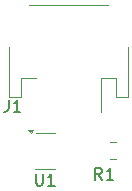
<source format=gbr>
%TF.GenerationSoftware,KiCad,Pcbnew,8.0.2-1*%
%TF.CreationDate,2024-10-03T17:15:38-04:00*%
%TF.ProjectId,lightPixel,6c696768-7450-4697-9865-6c2e6b696361,rev?*%
%TF.SameCoordinates,Original*%
%TF.FileFunction,Legend,Top*%
%TF.FilePolarity,Positive*%
%FSLAX46Y46*%
G04 Gerber Fmt 4.6, Leading zero omitted, Abs format (unit mm)*
G04 Created by KiCad (PCBNEW 8.0.2-1) date 2024-10-03 17:15:38*
%MOMM*%
%LPD*%
G01*
G04 APERTURE LIST*
%ADD10C,0.150000*%
%ADD11C,0.120000*%
G04 APERTURE END LIST*
D10*
X-2761904Y-6954819D02*
X-2761904Y-7764342D01*
X-2761904Y-7764342D02*
X-2714285Y-7859580D01*
X-2714285Y-7859580D02*
X-2666666Y-7907200D01*
X-2666666Y-7907200D02*
X-2571428Y-7954819D01*
X-2571428Y-7954819D02*
X-2380952Y-7954819D01*
X-2380952Y-7954819D02*
X-2285714Y-7907200D01*
X-2285714Y-7907200D02*
X-2238095Y-7859580D01*
X-2238095Y-7859580D02*
X-2190476Y-7764342D01*
X-2190476Y-7764342D02*
X-2190476Y-6954819D01*
X-1190476Y-7954819D02*
X-1761904Y-7954819D01*
X-1476190Y-7954819D02*
X-1476190Y-6954819D01*
X-1476190Y-6954819D02*
X-1571428Y-7097676D01*
X-1571428Y-7097676D02*
X-1666666Y-7192914D01*
X-1666666Y-7192914D02*
X-1761904Y-7240533D01*
X2833333Y-7454819D02*
X2500000Y-6978628D01*
X2261905Y-7454819D02*
X2261905Y-6454819D01*
X2261905Y-6454819D02*
X2642857Y-6454819D01*
X2642857Y-6454819D02*
X2738095Y-6502438D01*
X2738095Y-6502438D02*
X2785714Y-6550057D01*
X2785714Y-6550057D02*
X2833333Y-6645295D01*
X2833333Y-6645295D02*
X2833333Y-6788152D01*
X2833333Y-6788152D02*
X2785714Y-6883390D01*
X2785714Y-6883390D02*
X2738095Y-6931009D01*
X2738095Y-6931009D02*
X2642857Y-6978628D01*
X2642857Y-6978628D02*
X2261905Y-6978628D01*
X3785714Y-7454819D02*
X3214286Y-7454819D01*
X3500000Y-7454819D02*
X3500000Y-6454819D01*
X3500000Y-6454819D02*
X3404762Y-6597676D01*
X3404762Y-6597676D02*
X3309524Y-6692914D01*
X3309524Y-6692914D02*
X3214286Y-6740533D01*
X-5083333Y-704819D02*
X-5083333Y-1419104D01*
X-5083333Y-1419104D02*
X-5130952Y-1561961D01*
X-5130952Y-1561961D02*
X-5226190Y-1657200D01*
X-5226190Y-1657200D02*
X-5369047Y-1704819D01*
X-5369047Y-1704819D02*
X-5464285Y-1704819D01*
X-4083333Y-1704819D02*
X-4654761Y-1704819D01*
X-4369047Y-1704819D02*
X-4369047Y-704819D01*
X-4369047Y-704819D02*
X-4464285Y-847676D01*
X-4464285Y-847676D02*
X-4559523Y-942914D01*
X-4559523Y-942914D02*
X-4654761Y-990533D01*
D11*
%TO.C,U1*%
X-2880000Y-6560000D02*
X-1120000Y-6560000D01*
X-1920000Y-3490000D02*
X-2720000Y-3490000D01*
X-1920000Y-3490000D02*
X-1120000Y-3490000D01*
X-3220000Y-3540000D02*
X-3460000Y-3210000D01*
X-2980000Y-3210000D01*
X-3220000Y-3540000D01*
G36*
X-3220000Y-3540000D02*
G01*
X-3460000Y-3210000D01*
X-2980000Y-3210000D01*
X-3220000Y-3540000D01*
G37*
%TO.C,R1*%
X3522936Y-4265000D02*
X3977064Y-4265000D01*
X3522936Y-5735000D02*
X3977064Y-5735000D01*
%TO.C,J1*%
X-5060000Y3790000D02*
X-5060000Y-460000D01*
X-5060000Y-460000D02*
X-4040000Y-460000D01*
X-4040000Y1140000D02*
X-2760000Y1140000D01*
X-4040000Y-460000D02*
X-4040000Y1140000D01*
X2760000Y1140000D02*
X2760000Y-1750000D01*
X3340000Y7360000D02*
X-3340000Y7360000D01*
X4040000Y1140000D02*
X2760000Y1140000D01*
X4040000Y-460000D02*
X4040000Y1140000D01*
X5060000Y3790000D02*
X5060000Y-460000D01*
X5060000Y-460000D02*
X4040000Y-460000D01*
%TD*%
M02*

</source>
